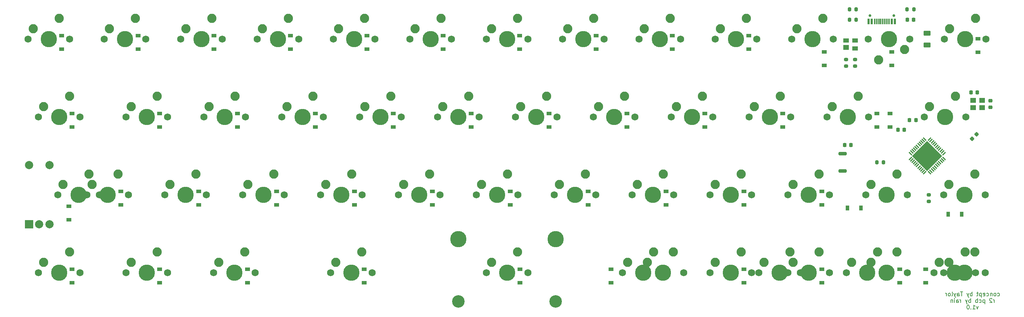
<source format=gbr>
G04 #@! TF.GenerationSoftware,KiCad,Pcbnew,(6.0.10-0)*
G04 #@! TF.CreationDate,2023-10-07T14:40:08-04:00*
G04 #@! TF.ProjectId,minibaen r2,6d696e69-6261-4656-9e20-72322e6b6963,rev?*
G04 #@! TF.SameCoordinates,Original*
G04 #@! TF.FileFunction,Soldermask,Bot*
G04 #@! TF.FilePolarity,Negative*
%FSLAX46Y46*%
G04 Gerber Fmt 4.6, Leading zero omitted, Abs format (unit mm)*
G04 Created by KiCad (PCBNEW (6.0.10-0)) date 2023-10-07 14:40:08*
%MOMM*%
%LPD*%
G01*
G04 APERTURE LIST*
G04 Aperture macros list*
%AMRoundRect*
0 Rectangle with rounded corners*
0 $1 Rounding radius*
0 $2 $3 $4 $5 $6 $7 $8 $9 X,Y pos of 4 corners*
0 Add a 4 corners polygon primitive as box body*
4,1,4,$2,$3,$4,$5,$6,$7,$8,$9,$2,$3,0*
0 Add four circle primitives for the rounded corners*
1,1,$1+$1,$2,$3*
1,1,$1+$1,$4,$5*
1,1,$1+$1,$6,$7*
1,1,$1+$1,$8,$9*
0 Add four rect primitives between the rounded corners*
20,1,$1+$1,$2,$3,$4,$5,0*
20,1,$1+$1,$4,$5,$6,$7,0*
20,1,$1+$1,$6,$7,$8,$9,0*
20,1,$1+$1,$8,$9,$2,$3,0*%
%AMRotRect*
0 Rectangle, with rotation*
0 The origin of the aperture is its center*
0 $1 length*
0 $2 width*
0 $3 Rotation angle, in degrees counterclockwise*
0 Add horizontal line*
21,1,$1,$2,0,0,$3*%
G04 Aperture macros list end*
%ADD10C,0.150000*%
%ADD11C,3.987800*%
%ADD12C,1.750000*%
%ADD13C,2.250000*%
%ADD14R,2.000000X2.000000*%
%ADD15C,2.000000*%
%ADD16C,3.048000*%
%ADD17R,1.200000X0.900000*%
%ADD18RoundRect,0.225000X-0.250000X0.225000X-0.250000X-0.225000X0.250000X-0.225000X0.250000X0.225000X0*%
%ADD19R,1.400000X1.200000*%
%ADD20R,1.400000X1.000000*%
%ADD21R,0.900000X1.200000*%
%ADD22RoundRect,0.200000X0.200000X0.275000X-0.200000X0.275000X-0.200000X-0.275000X0.200000X-0.275000X0*%
%ADD23RoundRect,0.200000X0.275000X-0.200000X0.275000X0.200000X-0.275000X0.200000X-0.275000X-0.200000X0*%
%ADD24RoundRect,0.225000X0.225000X0.250000X-0.225000X0.250000X-0.225000X-0.250000X0.225000X-0.250000X0*%
%ADD25C,0.650000*%
%ADD26R,0.600000X1.450000*%
%ADD27R,0.300000X1.450000*%
%ADD28RoundRect,0.062500X0.380070X-0.291682X-0.291682X0.380070X-0.380070X0.291682X0.291682X-0.380070X0*%
%ADD29RoundRect,0.062500X0.380070X0.291682X0.291682X0.380070X-0.380070X-0.291682X-0.291682X-0.380070X0*%
%ADD30RotRect,5.200000X5.200000X135.000000*%
%ADD31RoundRect,0.200000X-0.800000X0.200000X-0.800000X-0.200000X0.800000X-0.200000X0.800000X0.200000X0*%
%ADD32RoundRect,0.200000X-0.200000X-0.275000X0.200000X-0.275000X0.200000X0.275000X-0.200000X0.275000X0*%
%ADD33RoundRect,0.250000X0.625000X-0.375000X0.625000X0.375000X-0.625000X0.375000X-0.625000X-0.375000X0*%
%ADD34RoundRect,0.225000X0.017678X-0.335876X0.335876X-0.017678X-0.017678X0.335876X-0.335876X0.017678X0*%
%ADD35RoundRect,0.225000X-0.225000X-0.250000X0.225000X-0.250000X0.225000X0.250000X-0.225000X0.250000X0*%
G04 APERTURE END LIST*
D10*
X273942988Y-106450979D02*
X274038226Y-106498598D01*
X274228702Y-106498598D01*
X274323940Y-106450979D01*
X274371559Y-106403360D01*
X274419178Y-106308122D01*
X274419178Y-106022408D01*
X274371559Y-105927170D01*
X274323940Y-105879551D01*
X274228702Y-105831932D01*
X274038226Y-105831932D01*
X273942988Y-105879551D01*
X273371559Y-106498598D02*
X273466797Y-106450979D01*
X273514416Y-106403360D01*
X273562035Y-106308122D01*
X273562035Y-106022408D01*
X273514416Y-105927170D01*
X273466797Y-105879551D01*
X273371559Y-105831932D01*
X273228702Y-105831932D01*
X273133464Y-105879551D01*
X273085845Y-105927170D01*
X273038226Y-106022408D01*
X273038226Y-106308122D01*
X273085845Y-106403360D01*
X273133464Y-106450979D01*
X273228702Y-106498598D01*
X273371559Y-106498598D01*
X272609654Y-105831932D02*
X272609654Y-106498598D01*
X272609654Y-105927170D02*
X272562035Y-105879551D01*
X272466797Y-105831932D01*
X272323940Y-105831932D01*
X272228702Y-105879551D01*
X272181083Y-105974789D01*
X272181083Y-106498598D01*
X271276321Y-106450979D02*
X271371559Y-106498598D01*
X271562035Y-106498598D01*
X271657273Y-106450979D01*
X271704892Y-106403360D01*
X271752511Y-106308122D01*
X271752511Y-106022408D01*
X271704892Y-105927170D01*
X271657273Y-105879551D01*
X271562035Y-105831932D01*
X271371559Y-105831932D01*
X271276321Y-105879551D01*
X270466797Y-106450979D02*
X270562035Y-106498598D01*
X270752511Y-106498598D01*
X270847750Y-106450979D01*
X270895369Y-106355741D01*
X270895369Y-105974789D01*
X270847750Y-105879551D01*
X270752511Y-105831932D01*
X270562035Y-105831932D01*
X270466797Y-105879551D01*
X270419178Y-105974789D01*
X270419178Y-106070027D01*
X270895369Y-106165265D01*
X269990607Y-105831932D02*
X269990607Y-106831932D01*
X269990607Y-105879551D02*
X269895369Y-105831932D01*
X269704892Y-105831932D01*
X269609654Y-105879551D01*
X269562035Y-105927170D01*
X269514416Y-106022408D01*
X269514416Y-106308122D01*
X269562035Y-106403360D01*
X269609654Y-106450979D01*
X269704892Y-106498598D01*
X269895369Y-106498598D01*
X269990607Y-106450979D01*
X269228702Y-105831932D02*
X268847750Y-105831932D01*
X269085845Y-105498598D02*
X269085845Y-106355741D01*
X269038226Y-106450979D01*
X268942988Y-106498598D01*
X268847750Y-106498598D01*
X267752511Y-106498598D02*
X267752511Y-105498598D01*
X267752511Y-105879551D02*
X267657273Y-105831932D01*
X267466797Y-105831932D01*
X267371559Y-105879551D01*
X267323940Y-105927170D01*
X267276321Y-106022408D01*
X267276321Y-106308122D01*
X267323940Y-106403360D01*
X267371559Y-106450979D01*
X267466797Y-106498598D01*
X267657273Y-106498598D01*
X267752511Y-106450979D01*
X266942988Y-105831932D02*
X266704892Y-106498598D01*
X266466797Y-105831932D02*
X266704892Y-106498598D01*
X266800130Y-106736694D01*
X266847750Y-106784313D01*
X266942988Y-106831932D01*
X265466797Y-105498598D02*
X264895369Y-105498598D01*
X265181083Y-106498598D02*
X265181083Y-105498598D01*
X264133464Y-106498598D02*
X264133464Y-105974789D01*
X264181083Y-105879551D01*
X264276321Y-105831932D01*
X264466797Y-105831932D01*
X264562035Y-105879551D01*
X264133464Y-106450979D02*
X264228702Y-106498598D01*
X264466797Y-106498598D01*
X264562035Y-106450979D01*
X264609654Y-106355741D01*
X264609654Y-106260503D01*
X264562035Y-106165265D01*
X264466797Y-106117646D01*
X264228702Y-106117646D01*
X264133464Y-106070027D01*
X263752511Y-105831932D02*
X263514416Y-106498598D01*
X263276321Y-105831932D02*
X263514416Y-106498598D01*
X263609654Y-106736694D01*
X263657273Y-106784313D01*
X263752511Y-106831932D01*
X262752511Y-106498598D02*
X262847750Y-106450979D01*
X262895369Y-106355741D01*
X262895369Y-105498598D01*
X262228702Y-106498598D02*
X262323940Y-106450979D01*
X262371559Y-106403360D01*
X262419178Y-106308122D01*
X262419178Y-106022408D01*
X262371559Y-105927170D01*
X262323940Y-105879551D01*
X262228702Y-105831932D01*
X262085845Y-105831932D01*
X261990607Y-105879551D01*
X261942988Y-105927170D01*
X261895369Y-106022408D01*
X261895369Y-106308122D01*
X261942988Y-106403360D01*
X261990607Y-106450979D01*
X262085845Y-106498598D01*
X262228702Y-106498598D01*
X261466797Y-106498598D02*
X261466797Y-105831932D01*
X261466797Y-106022408D02*
X261419178Y-105927170D01*
X261371559Y-105879551D01*
X261276321Y-105831932D01*
X261181083Y-105831932D01*
X273157273Y-108108598D02*
X273157273Y-107441932D01*
X273157273Y-107632408D02*
X273109654Y-107537170D01*
X273062035Y-107489551D01*
X272966797Y-107441932D01*
X272871559Y-107441932D01*
X272585845Y-107203837D02*
X272538226Y-107156218D01*
X272442988Y-107108598D01*
X272204892Y-107108598D01*
X272109654Y-107156218D01*
X272062035Y-107203837D01*
X272014416Y-107299075D01*
X272014416Y-107394313D01*
X272062035Y-107537170D01*
X272633464Y-108108598D01*
X272014416Y-108108598D01*
X270823940Y-107441932D02*
X270823940Y-108441932D01*
X270823940Y-107489551D02*
X270728702Y-107441932D01*
X270538226Y-107441932D01*
X270442988Y-107489551D01*
X270395369Y-107537170D01*
X270347750Y-107632408D01*
X270347750Y-107918122D01*
X270395369Y-108013360D01*
X270442988Y-108060979D01*
X270538226Y-108108598D01*
X270728702Y-108108598D01*
X270823940Y-108060979D01*
X269490607Y-108060979D02*
X269585845Y-108108598D01*
X269776321Y-108108598D01*
X269871559Y-108060979D01*
X269919178Y-108013360D01*
X269966797Y-107918122D01*
X269966797Y-107632408D01*
X269919178Y-107537170D01*
X269871559Y-107489551D01*
X269776321Y-107441932D01*
X269585845Y-107441932D01*
X269490607Y-107489551D01*
X269062035Y-108108598D02*
X269062035Y-107108598D01*
X269062035Y-107489551D02*
X268966797Y-107441932D01*
X268776321Y-107441932D01*
X268681083Y-107489551D01*
X268633464Y-107537170D01*
X268585845Y-107632408D01*
X268585845Y-107918122D01*
X268633464Y-108013360D01*
X268681083Y-108060979D01*
X268776321Y-108108598D01*
X268966797Y-108108598D01*
X269062035Y-108060979D01*
X267395369Y-108108598D02*
X267395369Y-107108598D01*
X267395369Y-107489551D02*
X267300130Y-107441932D01*
X267109654Y-107441932D01*
X267014416Y-107489551D01*
X266966797Y-107537170D01*
X266919178Y-107632408D01*
X266919178Y-107918122D01*
X266966797Y-108013360D01*
X267014416Y-108060979D01*
X267109654Y-108108598D01*
X267300130Y-108108598D01*
X267395369Y-108060979D01*
X266585845Y-107441932D02*
X266347750Y-108108598D01*
X266109654Y-107441932D02*
X266347750Y-108108598D01*
X266442988Y-108346694D01*
X266490607Y-108394313D01*
X266585845Y-108441932D01*
X264966797Y-108108598D02*
X264966797Y-107441932D01*
X264966797Y-107632408D02*
X264919178Y-107537170D01*
X264871559Y-107489551D01*
X264776321Y-107441932D01*
X264681083Y-107441932D01*
X263919178Y-108108598D02*
X263919178Y-107584789D01*
X263966797Y-107489551D01*
X264062035Y-107441932D01*
X264252511Y-107441932D01*
X264347750Y-107489551D01*
X263919178Y-108060979D02*
X264014416Y-108108598D01*
X264252511Y-108108598D01*
X264347750Y-108060979D01*
X264395369Y-107965741D01*
X264395369Y-107870503D01*
X264347750Y-107775265D01*
X264252511Y-107727646D01*
X264014416Y-107727646D01*
X263919178Y-107680027D01*
X263442988Y-108108598D02*
X263442988Y-107441932D01*
X263442988Y-107108598D02*
X263490607Y-107156218D01*
X263442988Y-107203837D01*
X263395369Y-107156218D01*
X263442988Y-107108598D01*
X263442988Y-107203837D01*
X262966797Y-107441932D02*
X262966797Y-108108598D01*
X262966797Y-107537170D02*
X262919178Y-107489551D01*
X262823940Y-107441932D01*
X262681083Y-107441932D01*
X262585845Y-107489551D01*
X262538226Y-107584789D01*
X262538226Y-108108598D01*
X269276321Y-109051932D02*
X269038226Y-109718598D01*
X268800130Y-109051932D01*
X267895369Y-109718598D02*
X268466797Y-109718598D01*
X268181083Y-109718598D02*
X268181083Y-108718598D01*
X268276321Y-108861456D01*
X268371559Y-108956694D01*
X268466797Y-109004313D01*
X267466797Y-109623360D02*
X267419178Y-109670979D01*
X267466797Y-109718598D01*
X267514416Y-109670979D01*
X267466797Y-109623360D01*
X267466797Y-109718598D01*
X266800130Y-108718598D02*
X266704892Y-108718598D01*
X266609654Y-108766218D01*
X266562035Y-108813837D01*
X266514416Y-108909075D01*
X266466797Y-109099551D01*
X266466797Y-109337646D01*
X266514416Y-109528122D01*
X266562035Y-109623360D01*
X266609654Y-109670979D01*
X266704892Y-109718598D01*
X266800130Y-109718598D01*
X266895369Y-109670979D01*
X266942988Y-109623360D01*
X266990607Y-109528122D01*
X267038226Y-109337646D01*
X267038226Y-109099551D01*
X266990607Y-108909075D01*
X266942988Y-108813837D01*
X266895369Y-108766218D01*
X266800130Y-108718598D01*
D11*
X116627750Y-43656218D03*
D12*
X121707750Y-43656218D03*
X111547750Y-43656218D03*
D13*
X112817750Y-41116218D03*
X119167750Y-38576218D03*
D12*
X46987750Y-43656218D03*
D11*
X41907750Y-43656218D03*
D12*
X36827750Y-43656218D03*
D13*
X38097750Y-41116218D03*
X44447750Y-38576218D03*
D12*
X184626250Y-81756250D03*
D11*
X189706250Y-81756250D03*
D12*
X194786250Y-81756250D03*
D13*
X185896250Y-79216250D03*
X192246250Y-76676250D03*
D14*
X37093750Y-88962500D03*
D15*
X42093750Y-88962500D03*
X39593750Y-88962500D03*
X42093750Y-74462500D03*
X37093750Y-74462500D03*
D12*
X82232500Y-100806218D03*
D11*
X87312500Y-100806218D03*
D12*
X92392500Y-100806218D03*
D13*
X83502500Y-98266218D03*
X89852500Y-95726218D03*
D12*
X49530000Y-100806218D03*
X39370000Y-100806218D03*
D11*
X44450000Y-100806218D03*
D13*
X40640000Y-98266218D03*
X46990000Y-95726218D03*
D12*
X213836250Y-81756218D03*
D11*
X208756250Y-81756218D03*
D12*
X203676250Y-81756218D03*
D13*
X204946250Y-79216218D03*
X211296250Y-76676218D03*
D12*
X99536250Y-81756218D03*
X89376250Y-81756218D03*
D11*
X94456250Y-81756218D03*
D13*
X90646250Y-79216218D03*
X96996250Y-76676218D03*
D12*
X70961250Y-62706250D03*
D11*
X65881250Y-62706250D03*
D12*
X60801250Y-62706250D03*
D13*
X62071250Y-60166250D03*
X68421250Y-57626250D03*
D12*
X185261250Y-62706250D03*
D11*
X180181250Y-62706250D03*
D12*
X175101250Y-62706250D03*
D13*
X176371250Y-60166250D03*
X182721250Y-57626250D03*
D11*
X228707750Y-43656218D03*
D12*
X233787750Y-43656218D03*
X223627750Y-43656218D03*
D13*
X224897750Y-41116218D03*
X231247750Y-38576218D03*
D12*
X159067750Y-43656218D03*
D11*
X153987750Y-43656218D03*
D12*
X148907750Y-43656218D03*
D13*
X150177750Y-41116218D03*
X156527750Y-38576218D03*
D11*
X135307750Y-43656218D03*
D12*
X130227750Y-43656218D03*
X140387750Y-43656218D03*
D13*
X131497750Y-41116218D03*
X137847750Y-38576218D03*
D12*
X54292500Y-81756218D03*
X44132500Y-81756218D03*
D11*
X49212500Y-81756218D03*
D13*
X45402500Y-79216218D03*
X51752500Y-76676218D03*
D12*
X55507750Y-43656218D03*
D11*
X60587750Y-43656218D03*
D12*
X65667750Y-43656218D03*
D13*
X56777750Y-41116218D03*
X63127750Y-38576218D03*
D11*
X142081250Y-62706250D03*
D12*
X147161250Y-62706250D03*
X137001250Y-62706250D03*
D13*
X138271250Y-60166250D03*
X144621250Y-57626250D03*
D12*
X182245000Y-100806250D03*
D11*
X187325000Y-100806250D03*
D12*
X192405000Y-100806250D03*
D13*
X183515000Y-98266250D03*
X189865000Y-95726250D03*
D12*
X61436250Y-81756250D03*
D11*
X56356250Y-81756250D03*
D12*
X51276250Y-81756250D03*
D13*
X52546250Y-79216250D03*
X58896250Y-76676250D03*
D11*
X265906250Y-100806250D03*
D12*
X260826250Y-100806250D03*
X270986250Y-100806250D03*
D13*
X262096250Y-98266250D03*
X268446250Y-95726250D03*
D12*
X258445000Y-100806218D03*
X268605000Y-100806218D03*
D11*
X263525000Y-100806218D03*
D13*
X259715000Y-98266218D03*
X266065000Y-95726218D03*
D12*
X197167500Y-100806250D03*
D11*
X192087500Y-100806250D03*
D12*
X187007500Y-100806250D03*
D13*
X188277500Y-98266250D03*
X194627500Y-95726250D03*
D12*
X223361250Y-62706218D03*
X213201250Y-62706218D03*
D11*
X218281250Y-62706218D03*
D13*
X214471250Y-60166218D03*
X220821250Y-57626218D03*
D11*
X151606250Y-81756218D03*
D12*
X156686250Y-81756218D03*
X146526250Y-81756218D03*
D13*
X147796250Y-79216218D03*
X154146250Y-76676218D03*
D12*
X270986250Y-81756250D03*
X260826250Y-81756250D03*
D11*
X265906250Y-81756250D03*
D13*
X262096250Y-79216250D03*
X268446250Y-76676250D03*
D11*
X161131250Y-62706250D03*
D12*
X156051250Y-62706250D03*
X166211250Y-62706250D03*
D13*
X157321250Y-60166250D03*
X163671250Y-57626250D03*
D12*
X242307750Y-43656218D03*
X252467750Y-43656218D03*
D11*
X247387750Y-43656218D03*
D13*
X251197750Y-46196218D03*
X244847750Y-48736218D03*
D11*
X246856250Y-100806250D03*
D12*
X251936250Y-100806250D03*
X241776250Y-100806250D03*
D13*
X243046250Y-98266250D03*
X249396250Y-95726250D03*
D12*
X222726250Y-100806250D03*
X232886250Y-100806250D03*
D11*
X227806250Y-100806250D03*
D13*
X223996250Y-98266250D03*
X230346250Y-95726250D03*
D12*
X204311250Y-62706250D03*
X194151250Y-62706250D03*
D11*
X199231250Y-62706250D03*
D13*
X195421250Y-60166250D03*
X201771250Y-57626250D03*
D12*
X109061250Y-62706250D03*
X98901250Y-62706250D03*
D11*
X103981250Y-62706250D03*
D13*
X100171250Y-60166250D03*
X106521250Y-57626250D03*
D11*
X113506250Y-81756218D03*
D12*
X108426250Y-81756218D03*
X118586250Y-81756218D03*
D13*
X109696250Y-79216218D03*
X116046250Y-76676218D03*
D11*
X65881250Y-100806218D03*
D12*
X60801250Y-100806218D03*
X70961250Y-100806218D03*
D13*
X62071250Y-98266218D03*
X68421250Y-95726218D03*
D12*
X196427750Y-43656218D03*
D11*
X191347750Y-43656218D03*
D12*
X186267750Y-43656218D03*
D13*
X187537750Y-41116218D03*
X193887750Y-38576218D03*
D11*
X242093750Y-100806250D03*
D12*
X237013750Y-100806250D03*
X247173750Y-100806250D03*
D13*
X238283750Y-98266250D03*
X244633750Y-95726250D03*
D12*
X213836250Y-100806250D03*
X203676250Y-100806250D03*
D11*
X208756250Y-100806250D03*
D13*
X204946250Y-98266250D03*
X211296250Y-95726250D03*
D11*
X210027750Y-43656218D03*
D12*
X215107750Y-43656218D03*
X204947750Y-43656218D03*
D13*
X206217750Y-41116218D03*
X212567750Y-38576218D03*
D11*
X153987500Y-100806250D03*
D16*
X165893750Y-107791250D03*
X142081250Y-107791250D03*
D12*
X159067500Y-100806250D03*
D11*
X165893750Y-92551250D03*
X142081250Y-92551250D03*
D12*
X148907500Y-100806250D03*
D13*
X150177500Y-98266250D03*
X156527500Y-95726250D03*
D12*
X177747750Y-43656218D03*
X167587750Y-43656218D03*
D11*
X172667750Y-43656218D03*
D13*
X168857750Y-41116218D03*
X175207750Y-38576218D03*
D12*
X74187750Y-43656218D03*
X84347750Y-43656218D03*
D11*
X79267750Y-43656218D03*
D13*
X75457750Y-41116218D03*
X81807750Y-38576218D03*
D12*
X127476250Y-81756218D03*
X137636250Y-81756218D03*
D11*
X132556250Y-81756218D03*
D13*
X128746250Y-79216218D03*
X135096250Y-76676218D03*
D12*
X128111250Y-62706250D03*
D11*
X123031250Y-62706250D03*
D12*
X117951250Y-62706250D03*
D13*
X119221250Y-60166250D03*
X125571250Y-57626250D03*
D12*
X92867750Y-43656218D03*
D11*
X97947750Y-43656218D03*
D12*
X103027750Y-43656218D03*
D13*
X94137750Y-41116218D03*
X100487750Y-38576218D03*
D12*
X70326250Y-81756218D03*
X80486250Y-81756218D03*
D11*
X75406250Y-81756218D03*
D13*
X71596250Y-79216218D03*
X77946250Y-76676218D03*
D12*
X241776250Y-81756250D03*
X251936250Y-81756250D03*
D11*
X246856250Y-81756250D03*
D13*
X243046250Y-79216250D03*
X249396250Y-76676250D03*
D12*
X266223750Y-62706218D03*
X256063750Y-62706218D03*
D11*
X261143750Y-62706218D03*
D13*
X257333750Y-60166218D03*
X263683750Y-57626218D03*
D12*
X232251250Y-62706250D03*
X242411250Y-62706250D03*
D11*
X237331250Y-62706250D03*
D13*
X233521250Y-60166250D03*
X239871250Y-57626250D03*
D12*
X79851250Y-62706218D03*
X90011250Y-62706218D03*
D11*
X84931250Y-62706218D03*
D13*
X81121250Y-60166218D03*
X87471250Y-57626218D03*
D11*
X170656250Y-81756250D03*
D12*
X165576250Y-81756250D03*
X175736250Y-81756250D03*
D13*
X166846250Y-79216250D03*
X173196250Y-76676250D03*
D12*
X222726250Y-81756250D03*
X232886250Y-81756250D03*
D11*
X227806250Y-81756250D03*
D13*
X223996250Y-79216250D03*
X230346250Y-76676250D03*
D12*
X39370000Y-62706250D03*
D11*
X44450000Y-62706250D03*
D12*
X49530000Y-62706250D03*
D13*
X40640000Y-60166250D03*
X46990000Y-57626250D03*
D12*
X271147750Y-43656218D03*
X260987750Y-43656218D03*
D11*
X266067750Y-43656218D03*
D13*
X262257750Y-41116218D03*
X268607750Y-38576218D03*
D11*
X115887500Y-100806250D03*
D12*
X120967500Y-100806250D03*
X110807500Y-100806250D03*
D13*
X112077500Y-98266250D03*
X118427500Y-95726250D03*
D11*
X220662500Y-100806218D03*
D12*
X215582500Y-100806218D03*
X225742500Y-100806218D03*
D13*
X216852500Y-98266218D03*
X223202500Y-95726218D03*
D17*
X88106250Y-65150000D03*
X88106250Y-61850000D03*
X78581250Y-84200000D03*
X78581250Y-80900000D03*
X183356250Y-65146318D03*
X183356250Y-61846318D03*
X157047750Y-46097518D03*
X157047750Y-42797518D03*
D18*
X272256250Y-58756250D03*
X272256250Y-60306250D03*
D17*
X59531250Y-84195118D03*
X59531250Y-80895118D03*
X47625000Y-103243918D03*
X47625000Y-99943918D03*
X47625000Y-65150000D03*
X47625000Y-61850000D03*
D19*
X236947750Y-45726218D03*
D20*
X236947750Y-44006218D03*
X239147750Y-44006218D03*
X239147750Y-45906218D03*
D21*
X261875000Y-86518750D03*
X265175000Y-86518750D03*
D22*
X239372750Y-38893750D03*
X237722750Y-38893750D03*
D17*
X211931250Y-103250000D03*
X211931250Y-99950000D03*
D23*
X257143750Y-83375000D03*
X257143750Y-81725000D03*
D24*
X253981250Y-63500000D03*
X252431250Y-63500000D03*
D17*
X211931250Y-84195118D03*
X211931250Y-80895118D03*
X202406250Y-65146318D03*
X202406250Y-61846318D03*
X119747750Y-46097518D03*
X119747750Y-42797518D03*
D25*
X248555750Y-37883718D03*
X242775750Y-37883718D03*
D26*
X242440750Y-39328718D03*
X243215750Y-39328718D03*
D27*
X243915750Y-39328718D03*
X244415750Y-39328718D03*
X244915750Y-39328718D03*
X245415750Y-39328718D03*
X245915750Y-39328718D03*
X246415750Y-39328718D03*
X246915750Y-39328718D03*
X247415750Y-39328718D03*
D26*
X248115750Y-39328718D03*
X248890750Y-39328718D03*
D17*
X138347750Y-46097518D03*
X138347750Y-42797518D03*
X126206250Y-65146318D03*
X126206250Y-61846318D03*
X213147750Y-46097518D03*
X213147750Y-42797518D03*
D19*
X267981250Y-58681250D03*
X270181250Y-58681250D03*
X270181250Y-60381250D03*
X267981250Y-60381250D03*
D17*
X82347750Y-46097518D03*
X82347750Y-42797518D03*
X97631250Y-84200000D03*
X97631250Y-80900000D03*
D23*
X239147750Y-50281218D03*
X239147750Y-48631218D03*
D17*
X244475000Y-65146318D03*
X244475000Y-61846318D03*
X63747750Y-46097518D03*
X63747750Y-42797518D03*
X116681250Y-84195118D03*
X116681250Y-80895118D03*
D28*
X260875486Y-72823420D03*
X260521932Y-73176973D03*
X260168379Y-73530527D03*
X259814826Y-73884080D03*
X259461272Y-74237633D03*
X259107719Y-74591187D03*
X258754165Y-74944740D03*
X258400612Y-75298294D03*
X258047059Y-75651847D03*
X257693505Y-76005400D03*
X257339952Y-76358954D03*
D29*
X256155548Y-76358954D03*
X255801995Y-76005400D03*
X255448441Y-75651847D03*
X255094888Y-75298294D03*
X254741335Y-74944740D03*
X254387781Y-74591187D03*
X254034228Y-74237633D03*
X253680674Y-73884080D03*
X253327121Y-73530527D03*
X252973568Y-73176973D03*
X252620014Y-72823420D03*
D28*
X252620014Y-71639016D03*
X252973568Y-71285463D03*
X253327121Y-70931909D03*
X253680674Y-70578356D03*
X254034228Y-70224803D03*
X254387781Y-69871249D03*
X254741335Y-69517696D03*
X255094888Y-69164142D03*
X255448441Y-68810589D03*
X255801995Y-68457036D03*
X256155548Y-68103482D03*
D29*
X257339952Y-68103482D03*
X257693505Y-68457036D03*
X258047059Y-68810589D03*
X258400612Y-69164142D03*
X258754165Y-69517696D03*
X259107719Y-69871249D03*
X259461272Y-70224803D03*
X259814826Y-70578356D03*
X260168379Y-70931909D03*
X260521932Y-71285463D03*
X260875486Y-71639016D03*
D30*
X256747750Y-72231218D03*
D17*
X194447750Y-46097518D03*
X194447750Y-42797518D03*
D24*
X238106250Y-69556218D03*
X236556250Y-69556218D03*
D17*
X119062500Y-103250000D03*
X119062500Y-99950000D03*
X221456250Y-65146318D03*
X221456250Y-61846318D03*
D23*
X236947750Y-50281218D03*
X236947750Y-48631218D03*
D17*
X69056250Y-65150000D03*
X69056250Y-61850000D03*
X192881250Y-84195118D03*
X192881250Y-80895118D03*
D31*
X236056250Y-71718750D03*
X236056250Y-75918750D03*
D17*
X164306250Y-65150000D03*
X164306250Y-61850000D03*
X256381250Y-103250000D03*
X256381250Y-99950000D03*
X157162500Y-103250000D03*
X157162500Y-99950000D03*
X135731250Y-84195118D03*
X135731250Y-80895118D03*
X107156250Y-65146318D03*
X107156250Y-61846318D03*
X230981250Y-84200000D03*
X230981250Y-80900000D03*
D32*
X244443750Y-73818750D03*
X246093750Y-73818750D03*
D17*
X179387500Y-103250000D03*
X179387500Y-99950000D03*
X154781250Y-84200000D03*
X154781250Y-80900000D03*
X173831250Y-84200000D03*
X173831250Y-80900000D03*
X145256250Y-65150000D03*
X145256250Y-61850000D03*
D33*
X256747750Y-45056218D03*
X256747750Y-42256218D03*
D17*
X90487500Y-103250000D03*
X90487500Y-99950000D03*
D22*
X239372750Y-36356218D03*
X237722750Y-36356218D03*
D24*
X251122750Y-65875000D03*
X249572750Y-65875000D03*
D32*
X251822750Y-36356218D03*
X253472750Y-36356218D03*
D17*
X231547750Y-50068750D03*
X231547750Y-46768750D03*
X46831250Y-87843750D03*
X46831250Y-84543750D03*
D21*
X237268750Y-84931250D03*
X240568750Y-84931250D03*
D17*
X248047750Y-50066018D03*
X248047750Y-46766018D03*
X45047750Y-46097518D03*
X45047750Y-42797518D03*
X230981250Y-103250000D03*
X230981250Y-99950000D03*
X175747750Y-46097518D03*
X175747750Y-42797518D03*
D34*
X267739492Y-68016758D03*
X268835508Y-66920742D03*
D17*
X69056250Y-103243918D03*
X69056250Y-99943918D03*
D24*
X253422750Y-38893750D03*
X251872750Y-38893750D03*
D17*
X269147750Y-46893750D03*
X269147750Y-43593750D03*
X247650000Y-65146318D03*
X247650000Y-61846318D03*
D35*
X267493750Y-56706218D03*
X269043750Y-56706218D03*
D17*
X250031250Y-103243918D03*
X250031250Y-99943918D03*
X101047750Y-46097518D03*
X101047750Y-42797518D03*
M02*

</source>
